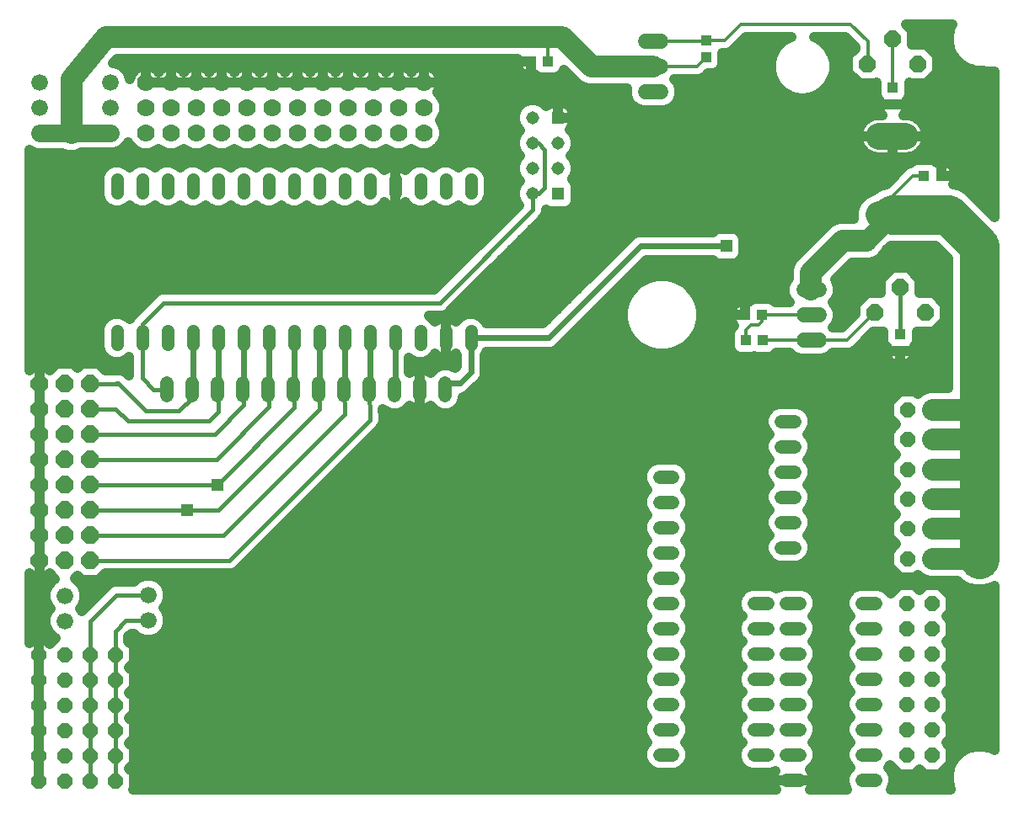
<source format=gbl>
G75*
%MOIN*%
%OFA0B0*%
%FSLAX25Y25*%
%IPPOS*%
%LPD*%
%AMOC8*
5,1,8,0,0,1.08239X$1,22.5*
%
%ADD10C,0.05200*%
%ADD11OC8,0.07000*%
%ADD12C,0.07000*%
%ADD13C,0.06600*%
%ADD14R,0.03937X0.04331*%
%ADD15R,0.04331X0.03937*%
%ADD16OC8,0.06000*%
%ADD17C,0.05150*%
%ADD18C,0.10630*%
%ADD19OC8,0.06600*%
%ADD20R,0.05150X0.05150*%
%ADD21C,0.05150*%
%ADD22C,0.06000*%
%ADD23C,0.04000*%
%ADD24R,0.04750X0.04750*%
%ADD25C,0.02400*%
%ADD26C,0.01200*%
%ADD27C,0.15748*%
%ADD28C,0.08600*%
%ADD29C,0.07600*%
%ADD30C,0.01600*%
%ADD31C,0.07000*%
D10*
X0086581Y0165246D02*
X0086581Y0170446D01*
X0096581Y0170446D02*
X0096581Y0165246D01*
X0106581Y0165246D02*
X0106581Y0170446D01*
X0116581Y0170446D02*
X0116581Y0165246D01*
X0126581Y0165246D02*
X0126581Y0170446D01*
X0136581Y0170446D02*
X0136581Y0165246D01*
X0146581Y0165246D02*
X0146581Y0170446D01*
X0156581Y0170446D02*
X0156581Y0165246D01*
X0166581Y0165246D02*
X0166581Y0170446D01*
X0176581Y0170446D02*
X0176581Y0165246D01*
X0186581Y0165246D02*
X0186581Y0170446D01*
X0196581Y0170446D02*
X0196581Y0165246D01*
X0281334Y0133103D02*
X0286534Y0133103D01*
X0286534Y0123103D02*
X0281334Y0123103D01*
X0281334Y0113103D02*
X0286534Y0113103D01*
X0286534Y0103103D02*
X0281334Y0103103D01*
X0281334Y0093103D02*
X0286534Y0093103D01*
X0286534Y0083103D02*
X0281334Y0083103D01*
X0281334Y0073103D02*
X0286534Y0073103D01*
X0286534Y0063103D02*
X0281334Y0063103D01*
X0281334Y0053103D02*
X0286534Y0053103D01*
X0286534Y0043103D02*
X0281334Y0043103D01*
X0281334Y0033103D02*
X0286534Y0033103D01*
X0286534Y0023103D02*
X0281334Y0023103D01*
X0318814Y0022906D02*
X0324014Y0022906D01*
X0331531Y0023103D02*
X0336731Y0023103D01*
X0336731Y0013103D02*
X0331531Y0013103D01*
X0331531Y0033103D02*
X0336731Y0033103D01*
X0336731Y0043103D02*
X0331531Y0043103D01*
X0324014Y0042906D02*
X0318814Y0042906D01*
X0318814Y0032906D02*
X0324014Y0032906D01*
X0324014Y0052906D02*
X0318814Y0052906D01*
X0318814Y0062906D02*
X0324014Y0062906D01*
X0331531Y0063103D02*
X0336731Y0063103D01*
X0336731Y0073103D02*
X0331531Y0073103D01*
X0324014Y0072906D02*
X0318814Y0072906D01*
X0318814Y0082906D02*
X0324014Y0082906D01*
X0331531Y0083103D02*
X0336731Y0083103D01*
X0361531Y0083103D02*
X0366731Y0083103D01*
X0366731Y0073103D02*
X0361531Y0073103D01*
X0361531Y0063103D02*
X0366731Y0063103D01*
X0366731Y0053103D02*
X0361531Y0053103D01*
X0361531Y0043103D02*
X0366731Y0043103D01*
X0366731Y0033103D02*
X0361531Y0033103D01*
X0361531Y0023103D02*
X0366731Y0023103D01*
X0366731Y0013103D02*
X0361531Y0013103D01*
X0336731Y0053103D02*
X0331531Y0053103D01*
X0329523Y0105111D02*
X0334723Y0105111D01*
X0334723Y0115111D02*
X0329523Y0115111D01*
X0329523Y0125111D02*
X0334723Y0125111D01*
X0334723Y0135111D02*
X0329523Y0135111D01*
X0329523Y0145111D02*
X0334723Y0145111D01*
X0334723Y0155111D02*
X0329523Y0155111D01*
D11*
X0056060Y0160072D03*
X0046060Y0160072D03*
X0036060Y0160072D03*
X0036060Y0150072D03*
X0046060Y0150072D03*
X0056060Y0150072D03*
X0056060Y0140072D03*
X0046060Y0140072D03*
X0036060Y0140072D03*
X0036060Y0130072D03*
X0046060Y0130072D03*
X0056060Y0130072D03*
X0056060Y0120072D03*
X0046060Y0120072D03*
X0036060Y0120072D03*
X0036060Y0110072D03*
X0046060Y0110072D03*
X0056060Y0110072D03*
X0056060Y0100072D03*
X0046060Y0100072D03*
X0036060Y0100072D03*
X0036060Y0170072D03*
X0046060Y0170072D03*
X0056060Y0170072D03*
D12*
X0078146Y0269284D03*
X0088146Y0269284D03*
X0098146Y0269284D03*
X0108146Y0269284D03*
X0118146Y0269284D03*
X0128146Y0269284D03*
X0138146Y0269284D03*
X0148146Y0269284D03*
X0158146Y0269284D03*
X0168146Y0269284D03*
X0178146Y0269284D03*
X0188146Y0269284D03*
X0188146Y0279284D03*
X0178146Y0279284D03*
X0168146Y0279284D03*
X0158146Y0279284D03*
X0148146Y0279284D03*
X0138146Y0279284D03*
X0128146Y0279284D03*
X0118146Y0279284D03*
X0108146Y0279284D03*
X0098146Y0279284D03*
X0088146Y0279284D03*
X0078146Y0279284D03*
X0078146Y0289284D03*
X0088146Y0289284D03*
X0098146Y0289284D03*
X0108146Y0289284D03*
X0118146Y0289284D03*
X0128146Y0289284D03*
X0138146Y0289284D03*
X0148146Y0289284D03*
X0158146Y0289284D03*
X0168146Y0289284D03*
X0178146Y0289284D03*
X0188146Y0289284D03*
D13*
X0064091Y0289402D03*
X0064091Y0279402D03*
X0064091Y0269402D03*
X0036217Y0269324D03*
X0036217Y0279324D03*
X0036217Y0289324D03*
X0046138Y0086056D03*
X0046138Y0076056D03*
X0079209Y0076307D03*
X0079209Y0086307D03*
D14*
X0315509Y0187198D03*
X0322201Y0187198D03*
D15*
X0321729Y0197198D03*
X0315036Y0197198D03*
X0376429Y0189599D03*
X0376429Y0182906D03*
X0385902Y0252316D03*
X0392595Y0252316D03*
X0373501Y0280465D03*
X0373501Y0287158D03*
X0299682Y0299166D03*
X0299682Y0305859D03*
X0237083Y0297591D03*
X0230390Y0297591D03*
D16*
X0379327Y0159717D03*
X0389327Y0159717D03*
X0389327Y0147906D03*
X0379327Y0147906D03*
X0379327Y0136095D03*
X0389327Y0136095D03*
X0389327Y0124284D03*
X0379327Y0124284D03*
X0379327Y0112473D03*
X0389327Y0112473D03*
X0389327Y0100662D03*
X0379327Y0100662D03*
X0379131Y0082828D03*
X0389131Y0082828D03*
X0389131Y0072828D03*
X0379131Y0072828D03*
X0379131Y0062828D03*
X0389131Y0062828D03*
X0389131Y0052828D03*
X0379131Y0052828D03*
X0379131Y0042828D03*
X0389131Y0042828D03*
X0389131Y0032828D03*
X0379131Y0032828D03*
X0379131Y0022828D03*
X0389131Y0022828D03*
X0066020Y0022749D03*
X0055981Y0022552D03*
X0046138Y0022552D03*
X0035902Y0022552D03*
X0035902Y0032552D03*
X0046138Y0032552D03*
X0055981Y0032552D03*
X0066020Y0032749D03*
X0066020Y0042749D03*
X0055981Y0042552D03*
X0046138Y0042552D03*
X0035902Y0042552D03*
X0035902Y0052552D03*
X0035902Y0062552D03*
X0046138Y0062552D03*
X0055981Y0062552D03*
X0055981Y0052552D03*
X0046138Y0052552D03*
X0066020Y0052749D03*
X0066020Y0062749D03*
X0066020Y0012749D03*
X0055981Y0012552D03*
X0046138Y0012552D03*
X0035902Y0012552D03*
D17*
X0066611Y0185646D02*
X0066611Y0190796D01*
X0076611Y0190796D02*
X0076611Y0185646D01*
X0086611Y0185646D02*
X0086611Y0190796D01*
X0096611Y0190796D02*
X0096611Y0185646D01*
X0106611Y0185646D02*
X0106611Y0190796D01*
X0116611Y0190796D02*
X0116611Y0185646D01*
X0126611Y0185646D02*
X0126611Y0190796D01*
X0136611Y0190796D02*
X0136611Y0185646D01*
X0146611Y0185646D02*
X0146611Y0190796D01*
X0156611Y0190796D02*
X0156611Y0185646D01*
X0166611Y0185646D02*
X0166611Y0190796D01*
X0176611Y0190796D02*
X0176611Y0185646D01*
X0186611Y0185646D02*
X0186611Y0190796D01*
X0196611Y0190796D02*
X0196611Y0185646D01*
X0206611Y0185646D02*
X0206611Y0190796D01*
X0206611Y0245646D02*
X0206611Y0250796D01*
X0196611Y0250796D02*
X0196611Y0245646D01*
X0186611Y0245646D02*
X0186611Y0250796D01*
X0176611Y0250796D02*
X0176611Y0245646D01*
X0166611Y0245646D02*
X0166611Y0250796D01*
X0156611Y0250796D02*
X0156611Y0245646D01*
X0146611Y0245646D02*
X0146611Y0250796D01*
X0136611Y0250796D02*
X0136611Y0245646D01*
X0126611Y0245646D02*
X0126611Y0250796D01*
X0116611Y0250796D02*
X0116611Y0245646D01*
X0106611Y0245646D02*
X0106611Y0250796D01*
X0096611Y0250796D02*
X0096611Y0245646D01*
X0086611Y0245646D02*
X0086611Y0250796D01*
X0076611Y0250796D02*
X0076611Y0245646D01*
X0066611Y0245646D02*
X0066611Y0250796D01*
D18*
X0367949Y0236883D02*
X0378579Y0236883D01*
X0378579Y0267985D02*
X0367949Y0267985D01*
D19*
X0363501Y0296607D03*
X0373501Y0306607D03*
X0383501Y0296607D03*
X0376453Y0208182D03*
X0366453Y0198182D03*
X0386453Y0198182D03*
D20*
X0241070Y0245249D03*
X0241070Y0275249D03*
D21*
X0241070Y0265249D03*
X0231070Y0265249D03*
X0231070Y0275249D03*
X0231070Y0255249D03*
X0241070Y0255249D03*
X0231070Y0245249D03*
D22*
X0275776Y0285623D02*
X0281776Y0285623D01*
X0281776Y0295623D02*
X0275776Y0295623D01*
X0275776Y0305623D02*
X0281776Y0305623D01*
X0338257Y0207198D02*
X0344257Y0207198D01*
X0344257Y0197198D02*
X0338257Y0197198D01*
X0338257Y0187198D02*
X0344257Y0187198D01*
D23*
X0035902Y0016552D02*
X0035902Y0012552D01*
X0035902Y0012552D01*
X0035902Y0022552D01*
X0035902Y0032552D01*
X0035902Y0038552D01*
X0035902Y0042552D01*
X0035902Y0048552D01*
X0035902Y0052552D01*
X0035902Y0058552D01*
X0035902Y0062552D01*
X0035902Y0068552D01*
X0033417Y0068552D01*
X0032060Y0067195D01*
X0032060Y0094879D01*
X0033367Y0093572D01*
X0036060Y0093572D01*
X0038752Y0093572D01*
X0040070Y0094889D01*
X0042200Y0092759D01*
X0041777Y0092584D01*
X0039611Y0090418D01*
X0038438Y0087588D01*
X0038438Y0084524D01*
X0039611Y0081694D01*
X0040249Y0081056D01*
X0039611Y0080418D01*
X0038438Y0077588D01*
X0038438Y0074524D01*
X0039611Y0071694D01*
X0041777Y0069528D01*
X0042394Y0069273D01*
X0040030Y0066909D01*
X0038388Y0068552D01*
X0035902Y0068552D01*
X0035902Y0062552D01*
X0035902Y0062552D01*
X0035902Y0062552D01*
X0035902Y0052552D01*
X0035902Y0052552D01*
X0035902Y0052552D01*
X0035902Y0042552D01*
X0035902Y0042552D01*
X0035902Y0042552D01*
X0035902Y0032552D01*
X0035902Y0032552D01*
X0035902Y0032552D01*
X0035902Y0026552D01*
X0035902Y0022552D01*
X0035902Y0022552D01*
X0035902Y0022552D01*
X0035902Y0016552D01*
X0035902Y0015296D02*
X0035902Y0015296D01*
X0035902Y0019294D02*
X0035902Y0019294D01*
X0035902Y0023293D02*
X0035902Y0023293D01*
X0035902Y0027291D02*
X0035902Y0027291D01*
X0035902Y0031290D02*
X0035902Y0031290D01*
X0035902Y0035288D02*
X0035902Y0035288D01*
X0035902Y0039287D02*
X0035902Y0039287D01*
X0035902Y0043285D02*
X0035902Y0043285D01*
X0035902Y0047284D02*
X0035902Y0047284D01*
X0035902Y0051282D02*
X0035902Y0051282D01*
X0035902Y0055281D02*
X0035902Y0055281D01*
X0035902Y0059279D02*
X0035902Y0059279D01*
X0035902Y0063278D02*
X0035902Y0063278D01*
X0035902Y0067276D02*
X0035902Y0067276D01*
X0032141Y0067276D02*
X0032060Y0067276D01*
X0032060Y0071275D02*
X0040030Y0071275D01*
X0039663Y0067276D02*
X0040398Y0067276D01*
X0038438Y0075273D02*
X0032060Y0075273D01*
X0032060Y0079272D02*
X0039136Y0079272D01*
X0038958Y0083270D02*
X0032060Y0083270D01*
X0032060Y0087269D02*
X0038438Y0087269D01*
X0040460Y0091267D02*
X0032060Y0091267D01*
X0036060Y0093572D02*
X0036060Y0100072D01*
X0036060Y0100072D01*
X0036060Y0110072D01*
X0036060Y0110072D01*
X0036060Y0120072D01*
X0036060Y0120072D01*
X0036060Y0130072D01*
X0036060Y0130072D01*
X0036060Y0140072D01*
X0036060Y0140072D01*
X0036060Y0150072D01*
X0036060Y0150072D01*
X0036060Y0160072D01*
X0036060Y0160072D01*
X0036060Y0170072D01*
X0036060Y0170072D01*
X0036060Y0176572D01*
X0038752Y0176572D01*
X0040070Y0175254D01*
X0042787Y0177972D01*
X0049332Y0177972D01*
X0051060Y0176244D01*
X0052787Y0177972D01*
X0059332Y0177972D01*
X0062032Y0175272D01*
X0065132Y0175272D01*
X0065345Y0175360D01*
X0068134Y0175360D01*
X0070045Y0174568D01*
X0071411Y0173203D01*
X0071411Y0180583D01*
X0070562Y0179734D01*
X0067998Y0178672D01*
X0065223Y0178672D01*
X0062660Y0179734D01*
X0060698Y0181696D01*
X0059636Y0184259D01*
X0059636Y0192183D01*
X0060698Y0194747D01*
X0062660Y0196709D01*
X0065223Y0197771D01*
X0067998Y0197771D01*
X0070562Y0196709D01*
X0071611Y0195660D01*
X0072068Y0196117D01*
X0072203Y0196442D01*
X0073665Y0197905D01*
X0073665Y0197905D01*
X0082287Y0206527D01*
X0084199Y0207319D01*
X0192213Y0207319D01*
X0225674Y0240780D01*
X0225157Y0241298D01*
X0224095Y0243861D01*
X0224095Y0246636D01*
X0225157Y0249200D01*
X0226206Y0250249D01*
X0225157Y0251298D01*
X0224095Y0253861D01*
X0224095Y0256636D01*
X0225157Y0259200D01*
X0226206Y0260249D01*
X0225157Y0261298D01*
X0224095Y0263861D01*
X0224095Y0266636D01*
X0225157Y0269200D01*
X0226206Y0270249D01*
X0225157Y0271298D01*
X0224095Y0273861D01*
X0224095Y0276636D01*
X0225157Y0279200D01*
X0227119Y0281162D01*
X0229682Y0282224D01*
X0232457Y0282224D01*
X0235020Y0281162D01*
X0236305Y0279877D01*
X0236582Y0280154D01*
X0237074Y0280482D01*
X0237620Y0280708D01*
X0238199Y0280824D01*
X0241069Y0280824D01*
X0241069Y0275249D01*
X0241070Y0275249D01*
X0246644Y0275249D01*
X0246644Y0278119D01*
X0246529Y0278699D01*
X0246303Y0279245D01*
X0245975Y0279736D01*
X0245557Y0280154D01*
X0245065Y0280482D01*
X0244519Y0280708D01*
X0243940Y0280824D01*
X0241070Y0280824D01*
X0241070Y0275249D01*
X0241070Y0275249D01*
X0246644Y0275249D01*
X0246644Y0272379D01*
X0246529Y0271799D01*
X0246303Y0271253D01*
X0245975Y0270762D01*
X0245698Y0270485D01*
X0246982Y0269200D01*
X0248044Y0266636D01*
X0248044Y0263861D01*
X0246982Y0261298D01*
X0245933Y0260249D01*
X0246982Y0259200D01*
X0248044Y0256636D01*
X0248044Y0253861D01*
X0246982Y0251298D01*
X0246688Y0251003D01*
X0247374Y0250316D01*
X0248044Y0248699D01*
X0248044Y0241799D01*
X0247374Y0240182D01*
X0246137Y0238944D01*
X0244520Y0238274D01*
X0237620Y0238274D01*
X0236270Y0238833D01*
X0236270Y0237787D01*
X0235478Y0235876D01*
X0234015Y0234413D01*
X0234015Y0234413D01*
X0198775Y0199173D01*
X0198775Y0199173D01*
X0197312Y0197711D01*
X0195401Y0196919D01*
X0190055Y0196919D01*
X0190562Y0196709D01*
X0192524Y0194747D01*
X0192569Y0194638D01*
X0192979Y0195048D01*
X0193689Y0195564D01*
X0194471Y0195962D01*
X0195305Y0196234D01*
X0196172Y0196371D01*
X0196611Y0196371D01*
X0196611Y0188221D01*
X0196611Y0180072D01*
X0197050Y0180072D01*
X0197916Y0180209D01*
X0198751Y0180480D01*
X0199533Y0180878D01*
X0200243Y0181394D01*
X0200653Y0181804D01*
X0200698Y0181696D01*
X0201011Y0181383D01*
X0201011Y0176871D01*
X0200528Y0176388D01*
X0197973Y0177446D01*
X0195188Y0177446D01*
X0192615Y0176380D01*
X0190646Y0174411D01*
X0190614Y0174332D01*
X0190229Y0174717D01*
X0189516Y0175236D01*
X0188730Y0175636D01*
X0187892Y0175908D01*
X0187021Y0176046D01*
X0186581Y0176046D01*
X0186581Y0167846D01*
X0186581Y0167846D01*
X0186581Y0159646D01*
X0187021Y0159646D01*
X0187892Y0159784D01*
X0188730Y0160056D01*
X0189516Y0160456D01*
X0190229Y0160975D01*
X0190614Y0161360D01*
X0190646Y0161281D01*
X0192615Y0159312D01*
X0195188Y0158246D01*
X0197973Y0158246D01*
X0200546Y0159312D01*
X0202515Y0161281D01*
X0203581Y0163854D01*
X0203581Y0164768D01*
X0205572Y0165593D01*
X0207147Y0167168D01*
X0211358Y0171379D01*
X0212211Y0173437D01*
X0212211Y0181383D01*
X0212524Y0181696D01*
X0212907Y0182621D01*
X0238670Y0182621D01*
X0240728Y0183474D01*
X0276133Y0218878D01*
X0302304Y0218878D01*
X0302809Y0218373D01*
X0304426Y0217704D01*
X0310926Y0217704D01*
X0312543Y0218373D01*
X0313781Y0219611D01*
X0314451Y0221228D01*
X0314451Y0227728D01*
X0313781Y0229346D01*
X0312543Y0230583D01*
X0310926Y0231253D01*
X0304426Y0231253D01*
X0302809Y0230583D01*
X0302304Y0230078D01*
X0272699Y0230078D01*
X0270641Y0229226D01*
X0269065Y0227651D01*
X0235236Y0193821D01*
X0212907Y0193821D01*
X0212524Y0194747D01*
X0210562Y0196709D01*
X0207998Y0197771D01*
X0205223Y0197771D01*
X0202660Y0196709D01*
X0200698Y0194747D01*
X0200653Y0194638D01*
X0200243Y0195048D01*
X0199533Y0195564D01*
X0198751Y0195962D01*
X0197916Y0196234D01*
X0197050Y0196371D01*
X0196611Y0196371D01*
X0196611Y0188221D01*
X0196611Y0188221D01*
X0196611Y0180072D01*
X0196172Y0180072D01*
X0195305Y0180209D01*
X0194471Y0180480D01*
X0193689Y0180878D01*
X0192979Y0181394D01*
X0192569Y0181804D01*
X0192524Y0181696D01*
X0190562Y0179734D01*
X0187998Y0178672D01*
X0185223Y0178672D01*
X0182660Y0179734D01*
X0182230Y0180163D01*
X0182243Y0174683D01*
X0182515Y0174411D01*
X0182548Y0174332D01*
X0182932Y0174717D01*
X0183646Y0175236D01*
X0182242Y0175236D01*
X0183646Y0175236D02*
X0184431Y0175636D01*
X0185269Y0175908D01*
X0186140Y0176046D01*
X0186581Y0176046D01*
X0186581Y0167846D01*
X0186581Y0167846D01*
X0186581Y0159646D01*
X0186140Y0159646D01*
X0185269Y0159784D01*
X0184431Y0160056D01*
X0183646Y0160456D01*
X0182932Y0160975D01*
X0182548Y0161359D01*
X0182515Y0161281D01*
X0180546Y0159312D01*
X0177973Y0158246D01*
X0175188Y0158246D01*
X0172615Y0159312D01*
X0171883Y0160045D01*
X0171925Y0156808D01*
X0171938Y0156775D01*
X0171938Y0155775D01*
X0171951Y0154774D01*
X0171938Y0154742D01*
X0171938Y0154707D01*
X0171555Y0153782D01*
X0171184Y0152853D01*
X0171160Y0152828D01*
X0171146Y0152795D01*
X0170439Y0152088D01*
X0169741Y0151371D01*
X0169709Y0151357D01*
X0114014Y0095663D01*
X0112103Y0094872D01*
X0062032Y0094872D01*
X0059332Y0092172D01*
X0052787Y0092172D01*
X0051060Y0093899D01*
X0049965Y0092805D01*
X0050500Y0092584D01*
X0052666Y0090418D01*
X0053838Y0087588D01*
X0053838Y0084524D01*
X0052666Y0081694D01*
X0052028Y0081056D01*
X0052666Y0080418D01*
X0052814Y0080061D01*
X0062006Y0089253D01*
X0063468Y0090716D01*
X0065380Y0091507D01*
X0073520Y0091507D01*
X0074848Y0092835D01*
X0077678Y0094007D01*
X0080741Y0094007D01*
X0083571Y0092835D01*
X0085737Y0090669D01*
X0086909Y0087839D01*
X0086909Y0084776D01*
X0085737Y0081946D01*
X0085099Y0081307D01*
X0085737Y0080669D01*
X0086909Y0077839D01*
X0086909Y0074776D01*
X0085737Y0071946D01*
X0083571Y0069780D01*
X0080741Y0068607D01*
X0077678Y0068607D01*
X0074848Y0069780D01*
X0073520Y0071107D01*
X0072387Y0071107D01*
X0071220Y0069941D01*
X0071220Y0068014D01*
X0073420Y0065814D01*
X0073420Y0059684D01*
X0071485Y0057749D01*
X0073420Y0055814D01*
X0073420Y0049684D01*
X0071485Y0047749D01*
X0073420Y0045814D01*
X0073420Y0039684D01*
X0071485Y0037749D01*
X0073420Y0035814D01*
X0073420Y0029684D01*
X0071485Y0027749D01*
X0073420Y0025814D01*
X0073420Y0019684D01*
X0071485Y0017749D01*
X0073420Y0015814D01*
X0073420Y0009684D01*
X0073037Y0009300D01*
X0327414Y0009300D01*
X0327259Y0009455D01*
X0326741Y0010168D01*
X0326341Y0010953D01*
X0326068Y0011792D01*
X0325931Y0012662D01*
X0325931Y0013103D01*
X0334130Y0013103D01*
X0334130Y0013103D01*
X0325931Y0013103D01*
X0325931Y0013544D01*
X0326068Y0014414D01*
X0326341Y0015253D01*
X0326741Y0016038D01*
X0327179Y0016640D01*
X0325406Y0015906D01*
X0317422Y0015906D01*
X0314849Y0016972D01*
X0312880Y0018941D01*
X0311814Y0021514D01*
X0311814Y0024299D01*
X0312880Y0026871D01*
X0313915Y0027906D01*
X0312880Y0028941D01*
X0311814Y0031514D01*
X0311814Y0034299D01*
X0312880Y0036871D01*
X0313915Y0037906D01*
X0312880Y0038941D01*
X0311814Y0041514D01*
X0311814Y0044299D01*
X0312880Y0046871D01*
X0313915Y0047906D01*
X0312880Y0048941D01*
X0311814Y0051514D01*
X0311814Y0054299D01*
X0312880Y0056871D01*
X0313915Y0057906D01*
X0312880Y0058941D01*
X0311814Y0061514D01*
X0311814Y0064299D01*
X0312880Y0066871D01*
X0313915Y0067906D01*
X0312880Y0068941D01*
X0311814Y0071514D01*
X0311814Y0074299D01*
X0312880Y0076871D01*
X0313915Y0077906D01*
X0312880Y0078941D01*
X0311814Y0081514D01*
X0311814Y0084299D01*
X0312880Y0086871D01*
X0314849Y0088841D01*
X0317422Y0089906D01*
X0325406Y0089906D01*
X0327547Y0089019D01*
X0327565Y0089037D01*
X0330138Y0090103D01*
X0338123Y0090103D01*
X0340696Y0089037D01*
X0342665Y0087068D01*
X0343731Y0084496D01*
X0343731Y0081711D01*
X0342665Y0079138D01*
X0341630Y0078103D01*
X0342665Y0077068D01*
X0343731Y0074496D01*
X0343731Y0071711D01*
X0342665Y0069138D01*
X0341630Y0068103D01*
X0342665Y0067068D01*
X0343731Y0064496D01*
X0343731Y0061711D01*
X0342665Y0059138D01*
X0341630Y0058103D01*
X0342665Y0057068D01*
X0343731Y0054496D01*
X0343731Y0051711D01*
X0342665Y0049138D01*
X0341630Y0048103D01*
X0342665Y0047068D01*
X0343731Y0044496D01*
X0343731Y0041711D01*
X0342665Y0039138D01*
X0341630Y0038103D01*
X0342665Y0037068D01*
X0343731Y0034496D01*
X0343731Y0031711D01*
X0342665Y0029138D01*
X0341630Y0028103D01*
X0342665Y0027068D01*
X0343731Y0024496D01*
X0343731Y0021711D01*
X0342665Y0019138D01*
X0340696Y0017169D01*
X0340617Y0017136D01*
X0341002Y0016751D01*
X0341520Y0016038D01*
X0341920Y0015253D01*
X0342193Y0014414D01*
X0342331Y0013544D01*
X0342331Y0013103D01*
X0334131Y0013103D01*
X0334131Y0013103D01*
X0342331Y0013103D01*
X0342331Y0012662D01*
X0342193Y0011792D01*
X0341920Y0010953D01*
X0341520Y0010168D01*
X0341002Y0009455D01*
X0340847Y0009300D01*
X0355529Y0009300D01*
X0354531Y0011711D01*
X0354531Y0014496D01*
X0355596Y0017068D01*
X0356631Y0018103D01*
X0355596Y0019138D01*
X0354531Y0021711D01*
X0354531Y0024496D01*
X0355596Y0027068D01*
X0356631Y0028103D01*
X0355596Y0029138D01*
X0354531Y0031711D01*
X0354531Y0034496D01*
X0355596Y0037068D01*
X0356631Y0038103D01*
X0355596Y0039138D01*
X0354531Y0041711D01*
X0354531Y0044496D01*
X0355596Y0047068D01*
X0356631Y0048103D01*
X0355596Y0049138D01*
X0354531Y0051711D01*
X0354531Y0054496D01*
X0355596Y0057068D01*
X0356631Y0058103D01*
X0355596Y0059138D01*
X0354531Y0061711D01*
X0354531Y0064496D01*
X0355596Y0067068D01*
X0356631Y0068103D01*
X0355596Y0069138D01*
X0354531Y0071711D01*
X0354531Y0074496D01*
X0355596Y0077068D01*
X0356631Y0078103D01*
X0355596Y0079138D01*
X0354531Y0081711D01*
X0354531Y0084496D01*
X0355596Y0087068D01*
X0357565Y0089037D01*
X0360138Y0090103D01*
X0368123Y0090103D01*
X0370696Y0089037D01*
X0372665Y0087068D01*
X0372736Y0086898D01*
X0376065Y0090228D01*
X0382196Y0090228D01*
X0384131Y0088293D01*
X0386065Y0090228D01*
X0392196Y0090228D01*
X0396531Y0085893D01*
X0396531Y0079762D01*
X0394596Y0077828D01*
X0396531Y0075893D01*
X0396531Y0069762D01*
X0394596Y0067828D01*
X0396531Y0065893D01*
X0396531Y0059762D01*
X0394596Y0057828D01*
X0396531Y0055893D01*
X0396531Y0049762D01*
X0394596Y0047828D01*
X0396531Y0045893D01*
X0396531Y0039762D01*
X0394596Y0037828D01*
X0396531Y0035893D01*
X0396531Y0029762D01*
X0394596Y0027828D01*
X0396531Y0025893D01*
X0396531Y0019762D01*
X0392196Y0015428D01*
X0386065Y0015428D01*
X0384131Y0017362D01*
X0382196Y0015428D01*
X0376065Y0015428D01*
X0372510Y0018983D01*
X0371630Y0018103D01*
X0372665Y0017068D01*
X0373731Y0014496D01*
X0373731Y0011711D01*
X0372732Y0009300D01*
X0396534Y0009300D01*
X0396488Y0009379D01*
X0395650Y0012508D01*
X0395650Y0015746D01*
X0396488Y0018874D01*
X0398108Y0021679D01*
X0400398Y0023969D01*
X0403202Y0025588D01*
X0406330Y0026426D01*
X0409569Y0026426D01*
X0412697Y0025588D01*
X0413760Y0024974D01*
X0413760Y0090103D01*
X0412376Y0089303D01*
X0409254Y0088467D01*
X0406022Y0088467D01*
X0402900Y0089303D01*
X0400102Y0090919D01*
X0398980Y0092041D01*
X0391248Y0092041D01*
X0391058Y0091962D01*
X0387597Y0091962D01*
X0384399Y0093287D01*
X0383408Y0094278D01*
X0382393Y0093262D01*
X0376262Y0093262D01*
X0371927Y0097597D01*
X0371927Y0103727D01*
X0374768Y0106568D01*
X0371927Y0109408D01*
X0371927Y0115538D01*
X0374768Y0118379D01*
X0371927Y0121219D01*
X0371927Y0127349D01*
X0374768Y0130190D01*
X0371927Y0133030D01*
X0371927Y0139160D01*
X0374768Y0142001D01*
X0371927Y0144841D01*
X0371927Y0150971D01*
X0374768Y0153812D01*
X0371927Y0156652D01*
X0371927Y0162782D01*
X0376262Y0167117D01*
X0382393Y0167117D01*
X0383408Y0166102D01*
X0384399Y0167093D01*
X0387597Y0168417D01*
X0395364Y0168417D01*
X0395364Y0219673D01*
X0390428Y0224609D01*
X0372587Y0224609D01*
X0370982Y0223004D01*
X0370482Y0221797D01*
X0368035Y0219350D01*
X0364837Y0218025D01*
X0357419Y0218025D01*
X0350604Y0211210D01*
X0351657Y0208670D01*
X0351657Y0205726D01*
X0350530Y0203006D01*
X0349722Y0202198D01*
X0350530Y0201389D01*
X0351657Y0198670D01*
X0351657Y0195726D01*
X0350530Y0193006D01*
X0349722Y0192198D01*
X0353398Y0192198D01*
X0358753Y0197553D01*
X0358753Y0201371D01*
X0363264Y0205882D01*
X0368753Y0205882D01*
X0368753Y0211371D01*
X0373264Y0215882D01*
X0379643Y0215882D01*
X0384153Y0211371D01*
X0384153Y0205882D01*
X0389643Y0205882D01*
X0394153Y0201371D01*
X0394153Y0194992D01*
X0389643Y0190482D01*
X0383264Y0190482D01*
X0382994Y0190752D01*
X0382994Y0186755D01*
X0382324Y0185138D01*
X0381594Y0184408D01*
X0381594Y0182906D01*
X0376429Y0182906D01*
X0376429Y0177938D01*
X0378890Y0177938D01*
X0379469Y0178053D01*
X0380015Y0178279D01*
X0380507Y0178608D01*
X0380925Y0179025D01*
X0381253Y0179517D01*
X0381479Y0180063D01*
X0381594Y0180642D01*
X0381594Y0182906D01*
X0376429Y0182906D01*
X0376429Y0182906D01*
X0376429Y0177938D01*
X0373968Y0177938D01*
X0373389Y0178053D01*
X0372843Y0178279D01*
X0372351Y0178608D01*
X0371933Y0179025D01*
X0371605Y0179517D01*
X0371379Y0180063D01*
X0371264Y0180642D01*
X0371264Y0182906D01*
X0376429Y0182906D01*
X0376429Y0182906D01*
X0376429Y0182906D01*
X0371264Y0182906D01*
X0371264Y0184408D01*
X0370534Y0185138D01*
X0369864Y0186755D01*
X0369864Y0190703D01*
X0369643Y0190482D01*
X0365824Y0190482D01*
X0358301Y0182959D01*
X0356464Y0182198D01*
X0349722Y0182198D01*
X0348448Y0180924D01*
X0345729Y0179798D01*
X0336785Y0179798D01*
X0334065Y0180924D01*
X0332791Y0182198D01*
X0327558Y0182198D01*
X0326662Y0181302D01*
X0325045Y0180632D01*
X0319358Y0180632D01*
X0318855Y0180841D01*
X0318352Y0180632D01*
X0312665Y0180632D01*
X0311048Y0181302D01*
X0309810Y0182540D01*
X0309140Y0184157D01*
X0309140Y0190238D01*
X0309810Y0191855D01*
X0310563Y0192609D01*
X0310764Y0193093D01*
X0310540Y0193317D01*
X0310212Y0193808D01*
X0309986Y0194354D01*
X0309871Y0194934D01*
X0309871Y0197198D01*
X0314264Y0197198D01*
X0314264Y0197198D01*
X0309871Y0197198D01*
X0309871Y0199462D01*
X0309986Y0200041D01*
X0310212Y0200587D01*
X0310540Y0201079D01*
X0310958Y0201496D01*
X0311450Y0201825D01*
X0311996Y0202051D01*
X0312575Y0202166D01*
X0315036Y0202166D01*
X0315036Y0197694D01*
X0315036Y0197694D01*
X0315036Y0202166D01*
X0316341Y0202166D01*
X0317071Y0202896D01*
X0318688Y0203566D01*
X0324770Y0203566D01*
X0326387Y0202896D01*
X0327085Y0202198D01*
X0332791Y0202198D01*
X0331983Y0203006D01*
X0330857Y0205726D01*
X0330857Y0208670D01*
X0331983Y0211389D01*
X0332320Y0211727D01*
X0332320Y0215660D01*
X0333645Y0218858D01*
X0336092Y0221305D01*
X0348887Y0234101D01*
X0352085Y0235425D01*
X0358235Y0235425D01*
X0358235Y0238815D01*
X0359714Y0242386D01*
X0362446Y0245119D01*
X0365341Y0246318D01*
X0365728Y0246704D01*
X0368527Y0248320D01*
X0370960Y0248972D01*
X0378542Y0256555D01*
X0380380Y0257316D01*
X0380546Y0257316D01*
X0381244Y0258014D01*
X0382862Y0258684D01*
X0388943Y0258684D01*
X0390560Y0258014D01*
X0391290Y0257284D01*
X0392595Y0257284D01*
X0392595Y0252316D01*
X0392595Y0252316D01*
X0392595Y0257284D01*
X0395056Y0257284D01*
X0395636Y0257169D01*
X0396182Y0256943D01*
X0396673Y0256614D01*
X0397091Y0256197D01*
X0397419Y0255705D01*
X0397645Y0255159D01*
X0397760Y0254580D01*
X0397760Y0252316D01*
X0392595Y0252316D01*
X0392595Y0252316D01*
X0397760Y0252316D01*
X0397760Y0250052D01*
X0397645Y0249472D01*
X0397476Y0249063D01*
X0400250Y0248320D01*
X0403048Y0246704D01*
X0413760Y0235992D01*
X0413760Y0293567D01*
X0406039Y0293979D01*
X0404849Y0294547D01*
X0403202Y0294989D01*
X0400398Y0296608D01*
X0398108Y0298898D01*
X0396488Y0301702D01*
X0395650Y0304830D01*
X0395650Y0308069D01*
X0396488Y0311197D01*
X0397103Y0312261D01*
X0378737Y0312261D01*
X0381201Y0309797D01*
X0381201Y0304307D01*
X0386690Y0304307D01*
X0391201Y0299797D01*
X0391201Y0293418D01*
X0386690Y0288907D01*
X0380311Y0288907D01*
X0380066Y0289152D01*
X0380066Y0284315D01*
X0379396Y0282697D01*
X0378666Y0281967D01*
X0378666Y0280465D01*
X0373501Y0280465D01*
X0373501Y0280465D01*
X0378666Y0280465D01*
X0378666Y0278201D01*
X0378551Y0277622D01*
X0378325Y0277076D01*
X0377996Y0276584D01*
X0377712Y0276300D01*
X0379124Y0276300D01*
X0380205Y0276158D01*
X0381258Y0275876D01*
X0382265Y0275458D01*
X0383209Y0274913D01*
X0384074Y0274250D01*
X0384844Y0273479D01*
X0385508Y0272614D01*
X0386053Y0271671D01*
X0386470Y0270664D01*
X0386752Y0269611D01*
X0386894Y0268530D01*
X0386894Y0267985D01*
X0373265Y0267985D01*
X0386894Y0267985D01*
X0386894Y0267440D01*
X0386752Y0266359D01*
X0386470Y0265307D01*
X0386053Y0264300D01*
X0385508Y0263356D01*
X0384844Y0262491D01*
X0384074Y0261720D01*
X0383209Y0261057D01*
X0382265Y0260512D01*
X0381258Y0260094D01*
X0380205Y0259812D01*
X0379124Y0259670D01*
X0373264Y0259670D01*
X0373264Y0267985D01*
X0359635Y0267985D01*
X0359635Y0267440D01*
X0359777Y0266359D01*
X0360059Y0265307D01*
X0360476Y0264300D01*
X0361021Y0263356D01*
X0361685Y0262491D01*
X0362455Y0261720D01*
X0363320Y0261057D01*
X0364264Y0260512D01*
X0365271Y0260094D01*
X0366324Y0259812D01*
X0367404Y0259670D01*
X0373264Y0259670D01*
X0373264Y0267985D01*
X0373264Y0267985D01*
X0359635Y0267985D01*
X0359635Y0268530D01*
X0359777Y0269611D01*
X0360059Y0270664D01*
X0360476Y0271671D01*
X0361021Y0272614D01*
X0361685Y0273479D01*
X0362455Y0274250D01*
X0363320Y0274913D01*
X0364264Y0275458D01*
X0365271Y0275876D01*
X0366324Y0276158D01*
X0367404Y0276300D01*
X0369290Y0276300D01*
X0369005Y0276584D01*
X0368677Y0277076D01*
X0368451Y0277622D01*
X0368335Y0278201D01*
X0368335Y0280465D01*
X0373501Y0280465D01*
X0373501Y0280465D01*
X0368335Y0280465D01*
X0368335Y0281967D01*
X0367605Y0282697D01*
X0366935Y0284315D01*
X0366935Y0289152D01*
X0366690Y0288907D01*
X0360311Y0288907D01*
X0355801Y0293418D01*
X0355801Y0299797D01*
X0358658Y0302654D01*
X0358658Y0303394D01*
X0354697Y0307355D01*
X0342287Y0307355D01*
X0342601Y0307271D01*
X0345451Y0305625D01*
X0347779Y0303298D01*
X0349424Y0300448D01*
X0350276Y0297268D01*
X0350276Y0293977D01*
X0349424Y0290798D01*
X0347779Y0287948D01*
X0345451Y0285620D01*
X0342601Y0283975D01*
X0339422Y0283123D01*
X0336131Y0283123D01*
X0332951Y0283975D01*
X0330101Y0285620D01*
X0327774Y0287948D01*
X0326128Y0290798D01*
X0325276Y0293977D01*
X0325276Y0297268D01*
X0326128Y0300448D01*
X0327774Y0303298D01*
X0330101Y0305625D01*
X0332951Y0307271D01*
X0333266Y0307355D01*
X0315532Y0307355D01*
X0309797Y0301620D01*
X0307960Y0300859D01*
X0306247Y0300859D01*
X0306247Y0296322D01*
X0305577Y0294705D01*
X0304340Y0293467D01*
X0302722Y0292798D01*
X0300384Y0292798D01*
X0298971Y0291384D01*
X0297133Y0290623D01*
X0287241Y0290623D01*
X0288050Y0289815D01*
X0289176Y0287095D01*
X0289176Y0284151D01*
X0288050Y0281431D01*
X0285968Y0279349D01*
X0283248Y0278223D01*
X0274304Y0278223D01*
X0271584Y0279349D01*
X0269503Y0281431D01*
X0268376Y0284151D01*
X0268376Y0286923D01*
X0252676Y0286923D01*
X0249478Y0288247D01*
X0243452Y0294273D01*
X0242979Y0293130D01*
X0241741Y0291893D01*
X0240124Y0291223D01*
X0234043Y0291223D01*
X0232426Y0291893D01*
X0231695Y0292623D01*
X0230390Y0292623D01*
X0230390Y0297591D01*
X0225225Y0297591D01*
X0225225Y0295327D01*
X0225340Y0294748D01*
X0225566Y0294202D01*
X0225895Y0293710D01*
X0226313Y0293293D01*
X0226804Y0292964D01*
X0227350Y0292738D01*
X0227930Y0292623D01*
X0230390Y0292623D01*
X0230390Y0297591D01*
X0230390Y0297591D01*
X0230390Y0297591D01*
X0225225Y0297591D01*
X0225225Y0298734D01*
X0066583Y0298734D01*
X0065239Y0297102D01*
X0065623Y0297102D01*
X0068453Y0295930D01*
X0070619Y0293764D01*
X0071791Y0290934D01*
X0071791Y0290681D01*
X0071978Y0291378D01*
X0072304Y0292165D01*
X0072730Y0292903D01*
X0073249Y0293579D01*
X0073851Y0294182D01*
X0074527Y0294700D01*
X0075265Y0295126D01*
X0076052Y0295452D01*
X0076876Y0295673D01*
X0077720Y0295784D01*
X0078146Y0295784D01*
X0078146Y0289284D01*
X0078146Y0289284D01*
X0078146Y0289284D01*
X0081646Y0289284D01*
X0088146Y0289284D01*
X0088146Y0289284D01*
X0078146Y0289284D01*
X0078146Y0295784D01*
X0078572Y0295784D01*
X0079417Y0295673D01*
X0080240Y0295452D01*
X0081027Y0295126D01*
X0081765Y0294700D01*
X0082441Y0294182D01*
X0083044Y0293579D01*
X0083146Y0293446D01*
X0083249Y0293579D01*
X0083851Y0294182D01*
X0084527Y0294700D01*
X0085265Y0295126D01*
X0086052Y0295452D01*
X0086876Y0295673D01*
X0087720Y0295784D01*
X0088146Y0295784D01*
X0088146Y0289284D01*
X0088146Y0289284D01*
X0088146Y0289284D01*
X0091646Y0289284D01*
X0098146Y0289284D01*
X0098146Y0289284D01*
X0088146Y0289284D01*
X0088146Y0295784D01*
X0088572Y0295784D01*
X0089417Y0295673D01*
X0090240Y0295452D01*
X0091027Y0295126D01*
X0091765Y0294700D01*
X0092441Y0294182D01*
X0093044Y0293579D01*
X0093146Y0293446D01*
X0093249Y0293579D01*
X0093851Y0294182D01*
X0094527Y0294700D01*
X0095265Y0295126D01*
X0096052Y0295452D01*
X0096876Y0295673D01*
X0097720Y0295784D01*
X0098146Y0295784D01*
X0098146Y0289284D01*
X0098146Y0289284D01*
X0098146Y0289284D01*
X0101646Y0289284D01*
X0108146Y0289284D01*
X0108146Y0289284D01*
X0098146Y0289284D01*
X0098146Y0295784D01*
X0098572Y0295784D01*
X0099417Y0295673D01*
X0100240Y0295452D01*
X0101027Y0295126D01*
X0101765Y0294700D01*
X0102441Y0294182D01*
X0103044Y0293579D01*
X0103146Y0293446D01*
X0103249Y0293579D01*
X0103851Y0294182D01*
X0104527Y0294700D01*
X0105265Y0295126D01*
X0106052Y0295452D01*
X0106876Y0295673D01*
X0107720Y0295784D01*
X0108146Y0295784D01*
X0108146Y0289284D01*
X0108146Y0289284D01*
X0108146Y0289284D01*
X0111646Y0289284D01*
X0118146Y0289284D01*
X0118146Y0289284D01*
X0108146Y0289284D01*
X0108146Y0295784D01*
X0108572Y0295784D01*
X0109417Y0295673D01*
X0110240Y0295452D01*
X0111027Y0295126D01*
X0111765Y0294700D01*
X0112441Y0294182D01*
X0113044Y0293579D01*
X0113146Y0293446D01*
X0113249Y0293579D01*
X0113851Y0294182D01*
X0114527Y0294700D01*
X0115265Y0295126D01*
X0116052Y0295452D01*
X0116876Y0295673D01*
X0117720Y0295784D01*
X0118146Y0295784D01*
X0118146Y0289284D01*
X0118146Y0289284D01*
X0118146Y0289284D01*
X0121646Y0289284D01*
X0128146Y0289284D01*
X0128146Y0289284D01*
X0118146Y0289284D01*
X0118146Y0295784D01*
X0118572Y0295784D01*
X0119417Y0295673D01*
X0120240Y0295452D01*
X0121027Y0295126D01*
X0121765Y0294700D01*
X0122441Y0294182D01*
X0123044Y0293579D01*
X0123146Y0293446D01*
X0123249Y0293579D01*
X0123851Y0294182D01*
X0124527Y0294700D01*
X0125265Y0295126D01*
X0126052Y0295452D01*
X0126876Y0295673D01*
X0127720Y0295784D01*
X0128146Y0295784D01*
X0128146Y0289284D01*
X0128146Y0289284D01*
X0128146Y0289284D01*
X0134646Y0289284D01*
X0138146Y0289284D01*
X0138146Y0289284D01*
X0128146Y0289284D01*
X0128146Y0295784D01*
X0128572Y0295784D01*
X0129417Y0295673D01*
X0130240Y0295452D01*
X0131027Y0295126D01*
X0131765Y0294700D01*
X0132441Y0294182D01*
X0133044Y0293579D01*
X0133146Y0293446D01*
X0133249Y0293579D01*
X0133851Y0294182D01*
X0134527Y0294700D01*
X0135265Y0295126D01*
X0136052Y0295452D01*
X0136876Y0295673D01*
X0137720Y0295784D01*
X0138146Y0295784D01*
X0138146Y0289284D01*
X0138146Y0289284D01*
X0138146Y0289284D01*
X0144646Y0289284D01*
X0148146Y0289284D01*
X0148146Y0289284D01*
X0138146Y0289284D01*
X0138146Y0295784D01*
X0138572Y0295784D01*
X0139417Y0295673D01*
X0140240Y0295452D01*
X0141027Y0295126D01*
X0141765Y0294700D01*
X0142441Y0294182D01*
X0143044Y0293579D01*
X0143146Y0293446D01*
X0143249Y0293579D01*
X0143851Y0294182D01*
X0144527Y0294700D01*
X0145265Y0295126D01*
X0146052Y0295452D01*
X0146876Y0295673D01*
X0147720Y0295784D01*
X0148146Y0295784D01*
X0148146Y0289284D01*
X0148146Y0289284D01*
X0148146Y0289284D01*
X0151646Y0289284D01*
X0158146Y0289284D01*
X0158146Y0289284D01*
X0148146Y0289284D01*
X0148146Y0295784D01*
X0148572Y0295784D01*
X0149417Y0295673D01*
X0150240Y0295452D01*
X0151027Y0295126D01*
X0151765Y0294700D01*
X0152441Y0294182D01*
X0153044Y0293579D01*
X0153146Y0293446D01*
X0153249Y0293579D01*
X0153851Y0294182D01*
X0154527Y0294700D01*
X0155265Y0295126D01*
X0156052Y0295452D01*
X0156876Y0295673D01*
X0157720Y0295784D01*
X0158146Y0295784D01*
X0158146Y0289284D01*
X0158146Y0289284D01*
X0158146Y0289284D01*
X0161646Y0289284D01*
X0168146Y0289284D01*
X0168146Y0289284D01*
X0158146Y0289284D01*
X0158146Y0295784D01*
X0158572Y0295784D01*
X0159417Y0295673D01*
X0160240Y0295452D01*
X0161027Y0295126D01*
X0161765Y0294700D01*
X0162441Y0294182D01*
X0163044Y0293579D01*
X0163146Y0293446D01*
X0163249Y0293579D01*
X0163851Y0294182D01*
X0164527Y0294700D01*
X0165265Y0295126D01*
X0166052Y0295452D01*
X0166876Y0295673D01*
X0167720Y0295784D01*
X0168146Y0295784D01*
X0168146Y0289284D01*
X0168146Y0289284D01*
X0168146Y0289284D01*
X0171646Y0289284D01*
X0178146Y0289284D01*
X0178146Y0289284D01*
X0168146Y0289284D01*
X0168146Y0295784D01*
X0168572Y0295784D01*
X0169417Y0295673D01*
X0170240Y0295452D01*
X0171027Y0295126D01*
X0171765Y0294700D01*
X0172441Y0294182D01*
X0173044Y0293579D01*
X0173146Y0293446D01*
X0173249Y0293579D01*
X0173851Y0294182D01*
X0174527Y0294700D01*
X0175265Y0295126D01*
X0176052Y0295452D01*
X0176876Y0295673D01*
X0177720Y0295784D01*
X0178146Y0295784D01*
X0178146Y0289284D01*
X0178146Y0289284D01*
X0178146Y0289284D01*
X0181646Y0289284D01*
X0188146Y0289284D01*
X0188146Y0289284D01*
X0178146Y0289284D01*
X0178146Y0295784D01*
X0178572Y0295784D01*
X0179417Y0295673D01*
X0180240Y0295452D01*
X0181027Y0295126D01*
X0181765Y0294700D01*
X0182441Y0294182D01*
X0183044Y0293579D01*
X0183146Y0293446D01*
X0183249Y0293579D01*
X0183851Y0294182D01*
X0184527Y0294700D01*
X0185265Y0295126D01*
X0186052Y0295452D01*
X0186876Y0295673D01*
X0187720Y0295784D01*
X0188146Y0295784D01*
X0188146Y0289284D01*
X0188146Y0289284D01*
X0188146Y0289284D01*
X0194646Y0289284D01*
X0194646Y0288858D01*
X0194535Y0288013D01*
X0194315Y0287190D01*
X0193988Y0286403D01*
X0193562Y0285665D01*
X0193291Y0285312D01*
X0194844Y0283759D01*
X0196046Y0280856D01*
X0196046Y0277713D01*
X0194844Y0274809D01*
X0194319Y0274284D01*
X0194844Y0273759D01*
X0196046Y0270856D01*
X0196046Y0267713D01*
X0194844Y0264809D01*
X0192621Y0262587D01*
X0189718Y0261384D01*
X0186575Y0261384D01*
X0183671Y0262587D01*
X0183146Y0263112D01*
X0182621Y0262587D01*
X0179718Y0261384D01*
X0176575Y0261384D01*
X0173671Y0262587D01*
X0173146Y0263112D01*
X0172621Y0262587D01*
X0169718Y0261384D01*
X0166575Y0261384D01*
X0163671Y0262587D01*
X0163146Y0263112D01*
X0162621Y0262587D01*
X0159718Y0261384D01*
X0156575Y0261384D01*
X0153671Y0262587D01*
X0153146Y0263112D01*
X0152621Y0262587D01*
X0149718Y0261384D01*
X0146575Y0261384D01*
X0143671Y0262587D01*
X0143146Y0263112D01*
X0142621Y0262587D01*
X0139718Y0261384D01*
X0136575Y0261384D01*
X0133671Y0262587D01*
X0133146Y0263112D01*
X0132621Y0262587D01*
X0129718Y0261384D01*
X0126575Y0261384D01*
X0123671Y0262587D01*
X0123146Y0263112D01*
X0122621Y0262587D01*
X0119718Y0261384D01*
X0116575Y0261384D01*
X0113671Y0262587D01*
X0113146Y0263112D01*
X0112621Y0262587D01*
X0109718Y0261384D01*
X0106575Y0261384D01*
X0103671Y0262587D01*
X0103146Y0263112D01*
X0102621Y0262587D01*
X0099718Y0261384D01*
X0096575Y0261384D01*
X0093671Y0262587D01*
X0093146Y0263112D01*
X0092621Y0262587D01*
X0089718Y0261384D01*
X0086575Y0261384D01*
X0083671Y0262587D01*
X0083146Y0263112D01*
X0082621Y0262587D01*
X0079718Y0261384D01*
X0076575Y0261384D01*
X0073671Y0262587D01*
X0071449Y0264809D01*
X0071094Y0265666D01*
X0070788Y0264927D01*
X0068527Y0262666D01*
X0065623Y0261463D01*
X0052359Y0261463D01*
X0050428Y0260663D01*
X0046967Y0260663D01*
X0045131Y0261424D01*
X0034646Y0261424D01*
X0032060Y0262495D01*
X0032060Y0175264D01*
X0033367Y0176572D01*
X0036060Y0176572D01*
X0036060Y0170072D01*
X0036060Y0170072D01*
X0036060Y0166572D01*
X0036060Y0160072D01*
X0036060Y0160072D01*
X0036060Y0156572D01*
X0036060Y0150072D01*
X0036060Y0150072D01*
X0036060Y0146572D01*
X0036060Y0140072D01*
X0036060Y0140072D01*
X0036060Y0136572D01*
X0036060Y0130072D01*
X0036060Y0130072D01*
X0036060Y0126572D01*
X0036060Y0120072D01*
X0036060Y0120072D01*
X0036060Y0116572D01*
X0036060Y0110072D01*
X0036060Y0110072D01*
X0036060Y0103572D01*
X0036060Y0100072D01*
X0036060Y0093572D01*
X0036060Y0095266D02*
X0036060Y0095266D01*
X0036060Y0099264D02*
X0036060Y0099264D01*
X0036060Y0100072D02*
X0036060Y0100072D01*
X0036060Y0103263D02*
X0036060Y0103263D01*
X0036060Y0107261D02*
X0036060Y0107261D01*
X0036060Y0111260D02*
X0036060Y0111260D01*
X0036060Y0115258D02*
X0036060Y0115258D01*
X0036060Y0119257D02*
X0036060Y0119257D01*
X0036060Y0123255D02*
X0036060Y0123255D01*
X0036060Y0127254D02*
X0036060Y0127254D01*
X0036060Y0131252D02*
X0036060Y0131252D01*
X0036060Y0135251D02*
X0036060Y0135251D01*
X0036060Y0139249D02*
X0036060Y0139249D01*
X0036060Y0143248D02*
X0036060Y0143248D01*
X0036060Y0147246D02*
X0036060Y0147246D01*
X0036060Y0151245D02*
X0036060Y0151245D01*
X0036060Y0155243D02*
X0036060Y0155243D01*
X0036060Y0159242D02*
X0036060Y0159242D01*
X0036060Y0163240D02*
X0036060Y0163240D01*
X0036060Y0167239D02*
X0036060Y0167239D01*
X0036060Y0171237D02*
X0036060Y0171237D01*
X0036060Y0175236D02*
X0036060Y0175236D01*
X0032060Y0179234D02*
X0063865Y0179234D01*
X0069357Y0179234D02*
X0071411Y0179234D01*
X0071411Y0175236D02*
X0068433Y0175236D01*
X0060061Y0183233D02*
X0032060Y0183233D01*
X0032060Y0187232D02*
X0059636Y0187232D01*
X0059636Y0191230D02*
X0032060Y0191230D01*
X0032060Y0195229D02*
X0061180Y0195229D01*
X0074987Y0199227D02*
X0032060Y0199227D01*
X0032060Y0203226D02*
X0078986Y0203226D01*
X0083970Y0207224D02*
X0032060Y0207224D01*
X0032060Y0211223D02*
X0196117Y0211223D01*
X0200115Y0215221D02*
X0032060Y0215221D01*
X0032060Y0219220D02*
X0204114Y0219220D01*
X0208112Y0223218D02*
X0032060Y0223218D01*
X0032060Y0227217D02*
X0212111Y0227217D01*
X0216109Y0231215D02*
X0032060Y0231215D01*
X0032060Y0235214D02*
X0220108Y0235214D01*
X0224106Y0239212D02*
X0209303Y0239212D01*
X0210562Y0239734D02*
X0207998Y0238672D01*
X0205223Y0238672D01*
X0202660Y0239734D01*
X0201611Y0240783D01*
X0200562Y0239734D01*
X0197998Y0238672D01*
X0195223Y0238672D01*
X0192660Y0239734D01*
X0191611Y0240783D01*
X0190562Y0239734D01*
X0187998Y0238672D01*
X0185223Y0238672D01*
X0182660Y0239734D01*
X0180698Y0241696D01*
X0180653Y0241804D01*
X0180243Y0241394D01*
X0179533Y0240878D01*
X0178751Y0240480D01*
X0177916Y0240209D01*
X0177050Y0240072D01*
X0176611Y0240072D01*
X0176611Y0248221D01*
X0176611Y0248221D01*
X0176611Y0240072D01*
X0176172Y0240072D01*
X0175305Y0240209D01*
X0174471Y0240480D01*
X0173689Y0240878D01*
X0172979Y0241394D01*
X0172569Y0241804D01*
X0172524Y0241696D01*
X0170562Y0239734D01*
X0167998Y0238672D01*
X0165223Y0238672D01*
X0162660Y0239734D01*
X0161611Y0240783D01*
X0160562Y0239734D01*
X0157998Y0238672D01*
X0155223Y0238672D01*
X0152660Y0239734D01*
X0151611Y0240783D01*
X0150562Y0239734D01*
X0147998Y0238672D01*
X0145223Y0238672D01*
X0142660Y0239734D01*
X0141611Y0240783D01*
X0140562Y0239734D01*
X0137998Y0238672D01*
X0135223Y0238672D01*
X0132660Y0239734D01*
X0131611Y0240783D01*
X0130562Y0239734D01*
X0127998Y0238672D01*
X0125223Y0238672D01*
X0122660Y0239734D01*
X0121611Y0240783D01*
X0120562Y0239734D01*
X0117998Y0238672D01*
X0115223Y0238672D01*
X0112660Y0239734D01*
X0111611Y0240783D01*
X0110562Y0239734D01*
X0107998Y0238672D01*
X0105223Y0238672D01*
X0102660Y0239734D01*
X0101611Y0240783D01*
X0100562Y0239734D01*
X0097998Y0238672D01*
X0095223Y0238672D01*
X0092660Y0239734D01*
X0091611Y0240783D01*
X0090562Y0239734D01*
X0087998Y0238672D01*
X0085223Y0238672D01*
X0082660Y0239734D01*
X0081611Y0240783D01*
X0080562Y0239734D01*
X0077998Y0238672D01*
X0075223Y0238672D01*
X0072660Y0239734D01*
X0071611Y0240783D01*
X0070562Y0239734D01*
X0067998Y0238672D01*
X0065223Y0238672D01*
X0062660Y0239734D01*
X0060698Y0241696D01*
X0059636Y0244259D01*
X0059636Y0252183D01*
X0060698Y0254747D01*
X0062660Y0256709D01*
X0065223Y0257771D01*
X0067998Y0257771D01*
X0070562Y0256709D01*
X0071611Y0255660D01*
X0072660Y0256709D01*
X0075223Y0257771D01*
X0077998Y0257771D01*
X0080562Y0256709D01*
X0081611Y0255660D01*
X0082660Y0256709D01*
X0085223Y0257771D01*
X0087998Y0257771D01*
X0090562Y0256709D01*
X0091611Y0255660D01*
X0092660Y0256709D01*
X0095223Y0257771D01*
X0097998Y0257771D01*
X0100562Y0256709D01*
X0101611Y0255660D01*
X0102660Y0256709D01*
X0105223Y0257771D01*
X0107998Y0257771D01*
X0110562Y0256709D01*
X0111611Y0255660D01*
X0112660Y0256709D01*
X0115223Y0257771D01*
X0117998Y0257771D01*
X0120562Y0256709D01*
X0121611Y0255660D01*
X0122660Y0256709D01*
X0125223Y0257771D01*
X0127998Y0257771D01*
X0130562Y0256709D01*
X0131611Y0255660D01*
X0132660Y0256709D01*
X0135223Y0257771D01*
X0137998Y0257771D01*
X0140562Y0256709D01*
X0141611Y0255660D01*
X0142660Y0256709D01*
X0145223Y0257771D01*
X0147998Y0257771D01*
X0150562Y0256709D01*
X0151611Y0255660D01*
X0152660Y0256709D01*
X0155223Y0257771D01*
X0157998Y0257771D01*
X0160562Y0256709D01*
X0161611Y0255660D01*
X0162660Y0256709D01*
X0165223Y0257771D01*
X0167998Y0257771D01*
X0170562Y0256709D01*
X0172524Y0254747D01*
X0172569Y0254638D01*
X0172979Y0255048D01*
X0173689Y0255564D01*
X0174471Y0255962D01*
X0175305Y0256234D01*
X0176172Y0256371D01*
X0176611Y0256371D01*
X0176611Y0248221D01*
X0176611Y0248221D01*
X0176611Y0256371D01*
X0177050Y0256371D01*
X0177916Y0256234D01*
X0178751Y0255962D01*
X0179533Y0255564D01*
X0180243Y0255048D01*
X0180653Y0254638D01*
X0180698Y0254747D01*
X0182660Y0256709D01*
X0185223Y0257771D01*
X0187998Y0257771D01*
X0190562Y0256709D01*
X0191611Y0255660D01*
X0192660Y0256709D01*
X0195223Y0257771D01*
X0197998Y0257771D01*
X0200562Y0256709D01*
X0201611Y0255660D01*
X0202660Y0256709D01*
X0205223Y0257771D01*
X0207998Y0257771D01*
X0210562Y0256709D01*
X0212524Y0254747D01*
X0213586Y0252183D01*
X0213586Y0244259D01*
X0212524Y0241696D01*
X0210562Y0239734D01*
X0213151Y0243211D02*
X0224364Y0243211D01*
X0224332Y0247209D02*
X0213586Y0247209D01*
X0213586Y0251208D02*
X0225247Y0251208D01*
X0224095Y0255206D02*
X0212065Y0255206D01*
X0224367Y0263203D02*
X0193238Y0263203D01*
X0195835Y0267202D02*
X0224329Y0267202D01*
X0225254Y0271200D02*
X0195904Y0271200D01*
X0195005Y0275199D02*
X0224095Y0275199D01*
X0225156Y0279197D02*
X0196046Y0279197D01*
X0195077Y0283196D02*
X0268772Y0283196D01*
X0271952Y0279197D02*
X0246323Y0279197D01*
X0241070Y0279197D02*
X0241069Y0279197D01*
X0246644Y0275199D02*
X0363814Y0275199D01*
X0360281Y0271200D02*
X0246268Y0271200D01*
X0247810Y0267202D02*
X0359666Y0267202D01*
X0361138Y0263203D02*
X0247772Y0263203D01*
X0246977Y0259205D02*
X0413760Y0259205D01*
X0413760Y0263203D02*
X0385391Y0263203D01*
X0386863Y0267202D02*
X0413760Y0267202D01*
X0413760Y0271200D02*
X0386248Y0271200D01*
X0382715Y0275199D02*
X0413760Y0275199D01*
X0413760Y0279197D02*
X0378666Y0279197D01*
X0379603Y0283196D02*
X0413760Y0283196D01*
X0413760Y0287194D02*
X0380066Y0287194D01*
X0388976Y0291193D02*
X0413760Y0291193D01*
X0402851Y0295191D02*
X0391201Y0295191D01*
X0391201Y0299190D02*
X0397939Y0299190D01*
X0396090Y0303188D02*
X0387809Y0303188D01*
X0381201Y0307187D02*
X0395650Y0307187D01*
X0396485Y0311185D02*
X0379812Y0311185D01*
X0358658Y0303188D02*
X0347842Y0303188D01*
X0349761Y0299190D02*
X0355801Y0299190D01*
X0355801Y0295191D02*
X0350276Y0295191D01*
X0349530Y0291193D02*
X0358025Y0291193D01*
X0366935Y0287194D02*
X0347025Y0287194D01*
X0339694Y0283196D02*
X0367399Y0283196D01*
X0368335Y0279197D02*
X0285601Y0279197D01*
X0288781Y0283196D02*
X0335858Y0283196D01*
X0328527Y0287194D02*
X0289135Y0287194D01*
X0298509Y0291193D02*
X0326022Y0291193D01*
X0325276Y0295191D02*
X0305779Y0295191D01*
X0306247Y0299190D02*
X0325791Y0299190D01*
X0327710Y0303188D02*
X0311366Y0303188D01*
X0315364Y0307187D02*
X0332806Y0307187D01*
X0342747Y0307187D02*
X0354866Y0307187D01*
X0373265Y0267985D02*
X0373265Y0267985D01*
X0373264Y0267985D02*
X0373264Y0267985D01*
X0373264Y0267202D02*
X0373264Y0267202D01*
X0373264Y0263203D02*
X0373264Y0263203D01*
X0377194Y0255206D02*
X0248044Y0255206D01*
X0246892Y0251208D02*
X0373196Y0251208D01*
X0366602Y0247209D02*
X0248044Y0247209D01*
X0248044Y0243211D02*
X0360538Y0243211D01*
X0358399Y0239212D02*
X0246405Y0239212D01*
X0234815Y0235214D02*
X0351574Y0235214D01*
X0346002Y0231215D02*
X0311018Y0231215D01*
X0314451Y0227217D02*
X0342003Y0227217D01*
X0338005Y0223218D02*
X0314451Y0223218D01*
X0313389Y0219220D02*
X0334006Y0219220D01*
X0332320Y0215221D02*
X0272475Y0215221D01*
X0275749Y0211223D02*
X0268477Y0211223D01*
X0270504Y0207224D02*
X0264478Y0207224D01*
X0267954Y0203226D02*
X0260480Y0203226D01*
X0256481Y0199227D02*
X0266857Y0199227D01*
X0266857Y0199225D02*
X0266857Y0195170D01*
X0267906Y0191253D01*
X0269933Y0187742D01*
X0272801Y0184875D01*
X0276312Y0182847D01*
X0280229Y0181798D01*
X0284284Y0181798D01*
X0288201Y0182847D01*
X0291712Y0184875D01*
X0294580Y0187742D01*
X0296607Y0191253D01*
X0297657Y0195170D01*
X0297657Y0199225D01*
X0296607Y0203142D01*
X0294580Y0206653D01*
X0291712Y0209521D01*
X0288201Y0211548D01*
X0284284Y0212598D01*
X0280229Y0212598D01*
X0276312Y0211548D01*
X0272801Y0209521D01*
X0269933Y0206653D01*
X0267906Y0203142D01*
X0266857Y0199225D01*
X0266857Y0195229D02*
X0252483Y0195229D01*
X0248484Y0191230D02*
X0267920Y0191230D01*
X0270444Y0187232D02*
X0244486Y0187232D01*
X0240147Y0183233D02*
X0275644Y0183233D01*
X0288869Y0183233D02*
X0309523Y0183233D01*
X0309140Y0187232D02*
X0294069Y0187232D01*
X0296594Y0191230D02*
X0309551Y0191230D01*
X0309871Y0195229D02*
X0297657Y0195229D01*
X0297656Y0199227D02*
X0309871Y0199227D01*
X0315036Y0199227D02*
X0315036Y0199227D01*
X0317866Y0203226D02*
X0296559Y0203226D01*
X0294009Y0207224D02*
X0330857Y0207224D01*
X0331892Y0203226D02*
X0325592Y0203226D01*
X0331914Y0211223D02*
X0288765Y0211223D01*
X0269065Y0227651D02*
X0269065Y0227651D01*
X0268632Y0227217D02*
X0226818Y0227217D01*
X0222820Y0223218D02*
X0264633Y0223218D01*
X0260635Y0219220D02*
X0218821Y0219220D01*
X0214823Y0215221D02*
X0256636Y0215221D01*
X0252638Y0211223D02*
X0210824Y0211223D01*
X0206826Y0207224D02*
X0248639Y0207224D01*
X0244641Y0203226D02*
X0202827Y0203226D01*
X0198829Y0199227D02*
X0240642Y0199227D01*
X0236643Y0195229D02*
X0212042Y0195229D01*
X0201180Y0195229D02*
X0199995Y0195229D01*
X0196611Y0195229D02*
X0196611Y0195229D01*
X0193227Y0195229D02*
X0192042Y0195229D01*
X0196611Y0191230D02*
X0196611Y0191230D01*
X0196611Y0188221D02*
X0196611Y0188221D01*
X0196611Y0187232D02*
X0196611Y0187232D01*
X0196611Y0183233D02*
X0196611Y0183233D01*
X0201011Y0179234D02*
X0189357Y0179234D01*
X0189515Y0175236D02*
X0191471Y0175236D01*
X0186581Y0175236D02*
X0186581Y0175236D01*
X0186581Y0171237D02*
X0186581Y0171237D01*
X0186581Y0167239D02*
X0186581Y0167239D01*
X0186581Y0163240D02*
X0186581Y0163240D01*
X0192784Y0159242D02*
X0180377Y0159242D01*
X0172784Y0159242D02*
X0171893Y0159242D01*
X0171945Y0155243D02*
X0322523Y0155243D01*
X0322523Y0156503D02*
X0322523Y0153719D01*
X0323588Y0151146D01*
X0324623Y0150111D01*
X0323588Y0149076D01*
X0322523Y0146503D01*
X0322523Y0143719D01*
X0323588Y0141146D01*
X0324623Y0140111D01*
X0323588Y0139076D01*
X0322523Y0136503D01*
X0322523Y0133719D01*
X0323588Y0131146D01*
X0324623Y0130111D01*
X0323588Y0129076D01*
X0322523Y0126503D01*
X0322523Y0123719D01*
X0323588Y0121146D01*
X0324623Y0120111D01*
X0323588Y0119076D01*
X0322523Y0116503D01*
X0322523Y0113719D01*
X0323588Y0111146D01*
X0324623Y0110111D01*
X0323588Y0109076D01*
X0322523Y0106503D01*
X0322523Y0103719D01*
X0323588Y0101146D01*
X0325558Y0099177D01*
X0328130Y0098111D01*
X0336115Y0098111D01*
X0338688Y0099177D01*
X0340657Y0101146D01*
X0341723Y0103719D01*
X0341723Y0106503D01*
X0340657Y0109076D01*
X0339622Y0110111D01*
X0340657Y0111146D01*
X0341723Y0113719D01*
X0341723Y0116503D01*
X0340657Y0119076D01*
X0339622Y0120111D01*
X0340657Y0121146D01*
X0341723Y0123719D01*
X0341723Y0126503D01*
X0340657Y0129076D01*
X0339622Y0130111D01*
X0340657Y0131146D01*
X0341723Y0133719D01*
X0341723Y0136503D01*
X0340657Y0139076D01*
X0339622Y0140111D01*
X0340657Y0141146D01*
X0341723Y0143719D01*
X0341723Y0146503D01*
X0340657Y0149076D01*
X0339622Y0150111D01*
X0340657Y0151146D01*
X0341723Y0153719D01*
X0341723Y0156503D01*
X0340657Y0159076D01*
X0338688Y0161045D01*
X0336115Y0162111D01*
X0328130Y0162111D01*
X0325558Y0161045D01*
X0323588Y0159076D01*
X0322523Y0156503D01*
X0323754Y0159242D02*
X0200377Y0159242D01*
X0203327Y0163240D02*
X0372385Y0163240D01*
X0371927Y0159242D02*
X0340491Y0159242D01*
X0341723Y0155243D02*
X0373336Y0155243D01*
X0372201Y0151245D02*
X0340698Y0151245D01*
X0341415Y0147246D02*
X0371927Y0147246D01*
X0373521Y0143248D02*
X0341528Y0143248D01*
X0340484Y0139249D02*
X0372016Y0139249D01*
X0371927Y0135251D02*
X0341723Y0135251D01*
X0340701Y0131252D02*
X0373705Y0131252D01*
X0371927Y0127254D02*
X0341412Y0127254D01*
X0341531Y0123255D02*
X0371927Y0123255D01*
X0373890Y0119257D02*
X0340476Y0119257D01*
X0341723Y0115258D02*
X0371927Y0115258D01*
X0371927Y0111260D02*
X0340704Y0111260D01*
X0341409Y0107261D02*
X0374074Y0107261D01*
X0371927Y0103263D02*
X0341534Y0103263D01*
X0338775Y0099264D02*
X0371927Y0099264D01*
X0374259Y0095266D02*
X0293215Y0095266D01*
X0293534Y0094496D02*
X0292468Y0097068D01*
X0291433Y0098103D01*
X0292468Y0099138D01*
X0293534Y0101711D01*
X0293534Y0104496D01*
X0292468Y0107068D01*
X0291433Y0108103D01*
X0292468Y0109138D01*
X0293534Y0111711D01*
X0293534Y0114496D01*
X0292468Y0117068D01*
X0291433Y0118103D01*
X0292468Y0119138D01*
X0293534Y0121711D01*
X0293534Y0124496D01*
X0292468Y0127068D01*
X0291433Y0128103D01*
X0292468Y0129138D01*
X0293534Y0131711D01*
X0293534Y0134496D01*
X0292468Y0137068D01*
X0290499Y0139037D01*
X0287926Y0140103D01*
X0279941Y0140103D01*
X0277369Y0139037D01*
X0275399Y0137068D01*
X0274334Y0134496D01*
X0274334Y0131711D01*
X0275399Y0129138D01*
X0276434Y0128103D01*
X0275399Y0127068D01*
X0274334Y0124496D01*
X0274334Y0121711D01*
X0275399Y0119138D01*
X0276434Y0118103D01*
X0275399Y0117068D01*
X0274334Y0114496D01*
X0274334Y0111711D01*
X0275399Y0109138D01*
X0276434Y0108103D01*
X0275399Y0107068D01*
X0274334Y0104496D01*
X0274334Y0101711D01*
X0275399Y0099138D01*
X0276434Y0098103D01*
X0275399Y0097068D01*
X0274334Y0094496D01*
X0274334Y0091711D01*
X0275399Y0089138D01*
X0276434Y0088103D01*
X0275399Y0087068D01*
X0274334Y0084496D01*
X0274334Y0081711D01*
X0275399Y0079138D01*
X0276434Y0078103D01*
X0275399Y0077068D01*
X0274334Y0074496D01*
X0274334Y0071711D01*
X0275399Y0069138D01*
X0276434Y0068103D01*
X0275399Y0067068D01*
X0274334Y0064496D01*
X0274334Y0061711D01*
X0275399Y0059138D01*
X0276434Y0058103D01*
X0275399Y0057068D01*
X0274334Y0054496D01*
X0274334Y0051711D01*
X0275399Y0049138D01*
X0276434Y0048103D01*
X0275399Y0047068D01*
X0274334Y0044496D01*
X0274334Y0041711D01*
X0275399Y0039138D01*
X0276434Y0038103D01*
X0275399Y0037068D01*
X0274334Y0034496D01*
X0274334Y0031711D01*
X0275399Y0029138D01*
X0276434Y0028103D01*
X0275399Y0027068D01*
X0274334Y0024496D01*
X0274334Y0021711D01*
X0275399Y0019138D01*
X0277369Y0017169D01*
X0279941Y0016103D01*
X0287926Y0016103D01*
X0290499Y0017169D01*
X0292468Y0019138D01*
X0293534Y0021711D01*
X0293534Y0024496D01*
X0292468Y0027068D01*
X0291433Y0028103D01*
X0292468Y0029138D01*
X0293534Y0031711D01*
X0293534Y0034496D01*
X0292468Y0037068D01*
X0291433Y0038103D01*
X0292468Y0039138D01*
X0293534Y0041711D01*
X0293534Y0044496D01*
X0292468Y0047068D01*
X0291433Y0048103D01*
X0292468Y0049138D01*
X0293534Y0051711D01*
X0293534Y0054496D01*
X0292468Y0057068D01*
X0291433Y0058103D01*
X0292468Y0059138D01*
X0293534Y0061711D01*
X0293534Y0064496D01*
X0292468Y0067068D01*
X0291433Y0068103D01*
X0292468Y0069138D01*
X0293534Y0071711D01*
X0293534Y0074496D01*
X0292468Y0077068D01*
X0291433Y0078103D01*
X0292468Y0079138D01*
X0293534Y0081711D01*
X0293534Y0084496D01*
X0292468Y0087068D01*
X0291433Y0088103D01*
X0292468Y0089138D01*
X0293534Y0091711D01*
X0293534Y0094496D01*
X0293350Y0091267D02*
X0399754Y0091267D01*
X0395155Y0087269D02*
X0413760Y0087269D01*
X0413760Y0083270D02*
X0396531Y0083270D01*
X0396040Y0079272D02*
X0413760Y0079272D01*
X0413760Y0075273D02*
X0396531Y0075273D01*
X0396531Y0071275D02*
X0413760Y0071275D01*
X0413760Y0067276D02*
X0395147Y0067276D01*
X0396531Y0063278D02*
X0413760Y0063278D01*
X0413760Y0059279D02*
X0396047Y0059279D01*
X0396531Y0055281D02*
X0413760Y0055281D01*
X0413760Y0051282D02*
X0396531Y0051282D01*
X0395140Y0047284D02*
X0413760Y0047284D01*
X0413760Y0043285D02*
X0396531Y0043285D01*
X0396055Y0039287D02*
X0413760Y0039287D01*
X0413760Y0035288D02*
X0396531Y0035288D01*
X0396531Y0031290D02*
X0413760Y0031290D01*
X0413760Y0027291D02*
X0395132Y0027291D01*
X0396531Y0023293D02*
X0399722Y0023293D01*
X0396731Y0019294D02*
X0396062Y0019294D01*
X0395650Y0015296D02*
X0373399Y0015296D01*
X0373559Y0011297D02*
X0395975Y0011297D01*
X0355532Y0019294D02*
X0342730Y0019294D01*
X0341899Y0015296D02*
X0354862Y0015296D01*
X0354702Y0011297D02*
X0342032Y0011297D01*
X0343731Y0023293D02*
X0354531Y0023293D01*
X0355819Y0027291D02*
X0342442Y0027291D01*
X0343556Y0031290D02*
X0354705Y0031290D01*
X0354859Y0035288D02*
X0343402Y0035288D01*
X0342726Y0039287D02*
X0355535Y0039287D01*
X0354531Y0043285D02*
X0343731Y0043285D01*
X0342450Y0047284D02*
X0355812Y0047284D01*
X0354708Y0051282D02*
X0343553Y0051282D01*
X0343405Y0055281D02*
X0354856Y0055281D01*
X0355538Y0059279D02*
X0342723Y0059279D01*
X0343731Y0063278D02*
X0354531Y0063278D01*
X0355804Y0067276D02*
X0342457Y0067276D01*
X0343550Y0071275D02*
X0354711Y0071275D01*
X0354853Y0075273D02*
X0343408Y0075273D01*
X0342720Y0079272D02*
X0355541Y0079272D01*
X0354531Y0083270D02*
X0343731Y0083270D01*
X0342464Y0087269D02*
X0355797Y0087269D01*
X0372464Y0087269D02*
X0373107Y0087269D01*
X0325470Y0099264D02*
X0292520Y0099264D01*
X0293534Y0103263D02*
X0322712Y0103263D01*
X0322837Y0107261D02*
X0292275Y0107261D01*
X0293347Y0111260D02*
X0323541Y0111260D01*
X0322523Y0115258D02*
X0293218Y0115258D01*
X0292517Y0119257D02*
X0323769Y0119257D01*
X0322715Y0123255D02*
X0293534Y0123255D01*
X0292282Y0127254D02*
X0322834Y0127254D01*
X0323544Y0131252D02*
X0293344Y0131252D01*
X0293221Y0135251D02*
X0322523Y0135251D01*
X0323762Y0139249D02*
X0289987Y0139249D01*
X0277880Y0139249D02*
X0157600Y0139249D01*
X0153602Y0135251D02*
X0274647Y0135251D01*
X0274524Y0131252D02*
X0149603Y0131252D01*
X0145605Y0127254D02*
X0275585Y0127254D01*
X0274334Y0123255D02*
X0141606Y0123255D01*
X0137608Y0119257D02*
X0275350Y0119257D01*
X0274650Y0115258D02*
X0133609Y0115258D01*
X0129611Y0111260D02*
X0274521Y0111260D01*
X0275592Y0107261D02*
X0125612Y0107261D01*
X0121614Y0103263D02*
X0274334Y0103263D01*
X0275347Y0099264D02*
X0117615Y0099264D01*
X0113055Y0095266D02*
X0274653Y0095266D01*
X0274517Y0091267D02*
X0085139Y0091267D01*
X0086909Y0087269D02*
X0275600Y0087269D01*
X0274334Y0083270D02*
X0086286Y0083270D01*
X0086316Y0079272D02*
X0275344Y0079272D01*
X0274656Y0075273D02*
X0086909Y0075273D01*
X0085066Y0071275D02*
X0274514Y0071275D01*
X0275607Y0067276D02*
X0071958Y0067276D01*
X0073420Y0063278D02*
X0274334Y0063278D01*
X0275341Y0059279D02*
X0073016Y0059279D01*
X0073420Y0055281D02*
X0274659Y0055281D01*
X0274511Y0051282D02*
X0073420Y0051282D01*
X0071951Y0047284D02*
X0275615Y0047284D01*
X0274334Y0043285D02*
X0073420Y0043285D01*
X0073023Y0039287D02*
X0275338Y0039287D01*
X0274662Y0035288D02*
X0073420Y0035288D01*
X0073420Y0031290D02*
X0274508Y0031290D01*
X0275622Y0027291D02*
X0071943Y0027291D01*
X0073420Y0023293D02*
X0274334Y0023293D01*
X0275335Y0019294D02*
X0073031Y0019294D01*
X0073420Y0015296D02*
X0326363Y0015296D01*
X0326229Y0011297D02*
X0073420Y0011297D01*
X0056023Y0083270D02*
X0053319Y0083270D01*
X0053838Y0087269D02*
X0060021Y0087269D01*
X0064800Y0091267D02*
X0051817Y0091267D01*
X0161599Y0143248D02*
X0322718Y0143248D01*
X0322830Y0147246D02*
X0165597Y0147246D01*
X0169596Y0151245D02*
X0323547Y0151245D01*
X0358576Y0183233D02*
X0371264Y0183233D01*
X0371794Y0179234D02*
X0212211Y0179234D01*
X0212211Y0175236D02*
X0395364Y0175236D01*
X0395364Y0179234D02*
X0381064Y0179234D01*
X0381594Y0183233D02*
X0395364Y0183233D01*
X0395364Y0187232D02*
X0382994Y0187232D01*
X0390391Y0191230D02*
X0395364Y0191230D01*
X0395364Y0195229D02*
X0394153Y0195229D01*
X0394153Y0199227D02*
X0395364Y0199227D01*
X0395364Y0203226D02*
X0392299Y0203226D01*
X0395364Y0207224D02*
X0384153Y0207224D01*
X0384153Y0211223D02*
X0395364Y0211223D01*
X0395364Y0215221D02*
X0380304Y0215221D01*
X0372603Y0215221D02*
X0354615Y0215221D01*
X0350617Y0211223D02*
X0368753Y0211223D01*
X0368753Y0207224D02*
X0351657Y0207224D01*
X0350621Y0203226D02*
X0360608Y0203226D01*
X0358753Y0199227D02*
X0351426Y0199227D01*
X0351451Y0195229D02*
X0356429Y0195229D01*
X0362574Y0187232D02*
X0369864Y0187232D01*
X0376429Y0179234D02*
X0376429Y0179234D01*
X0384752Y0167239D02*
X0207218Y0167239D01*
X0211217Y0171237D02*
X0395364Y0171237D01*
X0395364Y0219220D02*
X0367721Y0219220D01*
X0371196Y0223218D02*
X0391818Y0223218D01*
X0410541Y0239212D02*
X0413760Y0239212D01*
X0413760Y0243211D02*
X0406542Y0243211D01*
X0402174Y0247209D02*
X0413760Y0247209D01*
X0413760Y0251208D02*
X0397760Y0251208D01*
X0397626Y0255206D02*
X0413760Y0255206D01*
X0392595Y0255206D02*
X0392595Y0255206D01*
X0304334Y0231215D02*
X0230817Y0231215D01*
X0203919Y0239212D02*
X0199303Y0239212D01*
X0193919Y0239212D02*
X0189303Y0239212D01*
X0183919Y0239212D02*
X0169303Y0239212D01*
X0163919Y0239212D02*
X0159303Y0239212D01*
X0153919Y0239212D02*
X0149303Y0239212D01*
X0143919Y0239212D02*
X0139303Y0239212D01*
X0133919Y0239212D02*
X0129303Y0239212D01*
X0123919Y0239212D02*
X0119303Y0239212D01*
X0113919Y0239212D02*
X0109303Y0239212D01*
X0103919Y0239212D02*
X0099303Y0239212D01*
X0093919Y0239212D02*
X0089303Y0239212D01*
X0083919Y0239212D02*
X0079303Y0239212D01*
X0073919Y0239212D02*
X0069303Y0239212D01*
X0063919Y0239212D02*
X0032060Y0239212D01*
X0032060Y0243211D02*
X0060070Y0243211D01*
X0059636Y0247209D02*
X0032060Y0247209D01*
X0032060Y0251208D02*
X0059636Y0251208D01*
X0061157Y0255206D02*
X0032060Y0255206D01*
X0032060Y0259205D02*
X0225162Y0259205D01*
X0252020Y0287194D02*
X0194316Y0287194D01*
X0194646Y0289284D02*
X0194646Y0289710D01*
X0194535Y0290555D01*
X0194315Y0291378D01*
X0193988Y0292165D01*
X0193562Y0292903D01*
X0193044Y0293579D01*
X0192441Y0294182D01*
X0191765Y0294700D01*
X0191027Y0295126D01*
X0190240Y0295452D01*
X0189417Y0295673D01*
X0188572Y0295784D01*
X0188146Y0295784D01*
X0188146Y0289284D01*
X0194646Y0289284D01*
X0194364Y0291193D02*
X0246533Y0291193D01*
X0230390Y0295191D02*
X0230390Y0295191D01*
X0225252Y0295191D02*
X0190871Y0295191D01*
X0188146Y0295191D02*
X0188146Y0295191D01*
X0185422Y0295191D02*
X0180871Y0295191D01*
X0178146Y0295191D02*
X0178146Y0295191D01*
X0175422Y0295191D02*
X0170871Y0295191D01*
X0168146Y0295191D02*
X0168146Y0295191D01*
X0165422Y0295191D02*
X0160871Y0295191D01*
X0158146Y0295191D02*
X0158146Y0295191D01*
X0155422Y0295191D02*
X0150871Y0295191D01*
X0148146Y0295191D02*
X0148146Y0295191D01*
X0145422Y0295191D02*
X0140871Y0295191D01*
X0138146Y0295191D02*
X0138146Y0295191D01*
X0135422Y0295191D02*
X0130871Y0295191D01*
X0128146Y0295191D02*
X0128146Y0295191D01*
X0125422Y0295191D02*
X0120871Y0295191D01*
X0118146Y0295191D02*
X0118146Y0295191D01*
X0115422Y0295191D02*
X0110871Y0295191D01*
X0108146Y0295191D02*
X0108146Y0295191D01*
X0105422Y0295191D02*
X0100871Y0295191D01*
X0098146Y0295191D02*
X0098146Y0295191D01*
X0095422Y0295191D02*
X0090871Y0295191D01*
X0088146Y0295191D02*
X0088146Y0295191D01*
X0085422Y0295191D02*
X0080871Y0295191D01*
X0078146Y0295191D02*
X0078146Y0295191D01*
X0075422Y0295191D02*
X0069192Y0295191D01*
X0071684Y0291193D02*
X0071928Y0291193D01*
X0078146Y0291193D02*
X0078146Y0291193D01*
X0088146Y0291193D02*
X0088146Y0291193D01*
X0098146Y0291193D02*
X0098146Y0291193D01*
X0108146Y0291193D02*
X0108146Y0291193D01*
X0118146Y0291193D02*
X0118146Y0291193D01*
X0128146Y0291193D02*
X0128146Y0291193D01*
X0138146Y0291193D02*
X0138146Y0291193D01*
X0148146Y0291193D02*
X0148146Y0291193D01*
X0158146Y0291193D02*
X0158146Y0291193D01*
X0168146Y0291193D02*
X0168146Y0291193D01*
X0178146Y0291193D02*
X0178146Y0291193D01*
X0188146Y0291193D02*
X0188146Y0291193D01*
X0181157Y0255206D02*
X0180025Y0255206D01*
X0176611Y0255206D02*
X0176611Y0255206D01*
X0173197Y0255206D02*
X0172065Y0255206D01*
X0176611Y0251208D02*
X0176611Y0251208D01*
X0176611Y0247209D02*
X0176611Y0247209D01*
X0176611Y0243211D02*
X0176611Y0243211D01*
X0182232Y0179234D02*
X0183865Y0179234D01*
X0073055Y0263203D02*
X0069064Y0263203D01*
X0292268Y0087269D02*
X0313277Y0087269D01*
X0311814Y0083270D02*
X0293534Y0083270D01*
X0292523Y0079272D02*
X0312743Y0079272D01*
X0312218Y0075273D02*
X0293212Y0075273D01*
X0293353Y0071275D02*
X0311913Y0071275D01*
X0313284Y0067276D02*
X0292260Y0067276D01*
X0293534Y0063278D02*
X0311814Y0063278D01*
X0312740Y0059279D02*
X0292527Y0059279D01*
X0293209Y0055281D02*
X0312221Y0055281D01*
X0311910Y0051282D02*
X0293356Y0051282D01*
X0292253Y0047284D02*
X0313292Y0047284D01*
X0311814Y0043285D02*
X0293534Y0043285D01*
X0292530Y0039287D02*
X0312737Y0039287D01*
X0312224Y0035288D02*
X0293205Y0035288D01*
X0293359Y0031290D02*
X0311907Y0031290D01*
X0313299Y0027291D02*
X0292245Y0027291D01*
X0293534Y0023293D02*
X0311814Y0023293D01*
X0312734Y0019294D02*
X0292533Y0019294D01*
D24*
X0368422Y0106174D03*
X0368579Y0130269D03*
X0368579Y0153891D03*
X0307676Y0224478D03*
X0106305Y0130072D03*
X0094460Y0120060D03*
D25*
X0096581Y0167846D02*
X0096659Y0167925D01*
X0096611Y0188221D01*
X0106611Y0188221D02*
X0106611Y0167876D01*
X0106581Y0167846D01*
X0116581Y0167846D02*
X0116611Y0167876D01*
X0116611Y0188221D01*
X0126611Y0188221D02*
X0126611Y0167876D01*
X0126581Y0167846D01*
X0116659Y0167925D02*
X0116581Y0167846D01*
X0136581Y0167846D02*
X0136659Y0167925D01*
X0136611Y0188221D01*
X0146611Y0188221D02*
X0146611Y0167876D01*
X0146581Y0167846D01*
X0156581Y0167846D02*
X0156659Y0167925D01*
X0156611Y0188221D01*
X0166611Y0188221D02*
X0166611Y0167876D01*
X0166581Y0167846D01*
X0176581Y0167846D02*
X0176659Y0167925D01*
X0176611Y0188221D01*
X0196667Y0170340D02*
X0196581Y0167846D01*
X0196667Y0170340D02*
X0202400Y0170340D01*
X0206611Y0174551D01*
X0206611Y0188221D01*
X0237556Y0188221D01*
X0273813Y0224478D01*
X0307676Y0224478D01*
X0368579Y0130269D02*
X0368422Y0130111D01*
D26*
X0355469Y0187198D02*
X0341257Y0187198D01*
X0322201Y0187198D01*
X0315509Y0187198D02*
X0315430Y0187276D01*
X0315430Y0191292D01*
X0317398Y0193261D01*
X0320351Y0193261D01*
X0321729Y0194639D01*
X0321729Y0197198D01*
X0341257Y0197198D01*
X0355469Y0187198D02*
X0366453Y0198182D01*
X0315430Y0187749D02*
X0315509Y0187198D01*
X0373264Y0236883D02*
X0373501Y0237119D01*
X0373501Y0244442D01*
X0381375Y0252316D01*
X0385902Y0252316D01*
X0373501Y0287158D02*
X0373501Y0306607D01*
X0363658Y0305465D02*
X0363658Y0296765D01*
X0363501Y0296607D01*
X0363658Y0305465D02*
X0356768Y0312355D01*
X0313461Y0312355D01*
X0306965Y0305859D01*
X0299682Y0305859D01*
X0299446Y0305623D01*
X0278776Y0305623D01*
X0278776Y0295623D02*
X0296138Y0295623D01*
X0299682Y0299166D01*
X0238658Y0307434D02*
X0237083Y0305859D01*
X0237083Y0297591D01*
D27*
X0373264Y0236883D02*
X0395512Y0236883D01*
X0407638Y0224757D01*
X0407638Y0161765D01*
X0407638Y0148969D01*
X0407638Y0136174D01*
X0407638Y0124363D01*
X0407638Y0111568D01*
X0407638Y0100741D01*
D28*
X0389406Y0100741D01*
X0389327Y0100662D01*
X0389327Y0112473D02*
X0406732Y0112473D01*
X0407638Y0111568D01*
X0407559Y0124284D02*
X0407638Y0124363D01*
X0407559Y0124284D02*
X0389327Y0124284D01*
X0389327Y0136095D02*
X0407559Y0136095D01*
X0407638Y0136174D01*
X0406575Y0147906D02*
X0407638Y0148969D01*
X0406575Y0147906D02*
X0389327Y0147906D01*
X0389327Y0159717D02*
X0405591Y0159717D01*
X0407638Y0161765D01*
X0341020Y0207434D02*
X0341020Y0213930D01*
X0353816Y0226725D01*
X0363107Y0226725D01*
X0278776Y0295623D02*
X0254406Y0295623D01*
X0242595Y0307434D01*
X0238658Y0307434D01*
X0062477Y0307434D01*
X0048698Y0290702D01*
X0048698Y0270032D01*
X0048698Y0269363D01*
D29*
X0363107Y0226725D02*
X0373264Y0236883D01*
D30*
X0376453Y0208182D02*
X0376400Y0208128D01*
X0376400Y0193860D01*
X0376429Y0193831D01*
X0376429Y0189599D01*
X0235880Y0247620D02*
X0233540Y0245280D01*
X0231101Y0245280D01*
X0231070Y0245249D01*
X0231070Y0238822D01*
X0194367Y0202119D01*
X0085233Y0202119D01*
X0076611Y0193497D01*
X0076611Y0188221D01*
X0076611Y0172349D01*
X0081200Y0167760D01*
X0086495Y0167760D01*
X0086581Y0167846D01*
X0091226Y0159185D02*
X0096777Y0164736D01*
X0096777Y0167807D01*
X0096581Y0167846D01*
X0106581Y0167846D02*
X0106817Y0167767D01*
X0106817Y0158997D01*
X0102980Y0155160D01*
X0071000Y0155160D01*
X0066140Y0160020D01*
X0056111Y0160020D01*
X0056060Y0160072D01*
X0056060Y0150072D02*
X0105281Y0150072D01*
X0116699Y0161489D01*
X0116699Y0167807D01*
X0116581Y0167846D01*
X0126581Y0167846D02*
X0126738Y0160859D01*
X0105951Y0140072D01*
X0056060Y0140072D01*
X0056060Y0130072D02*
X0106305Y0130072D01*
X0136817Y0160583D01*
X0136817Y0167767D01*
X0136581Y0167846D01*
X0146581Y0167846D02*
X0146777Y0167807D01*
X0146777Y0160111D01*
X0106726Y0120060D01*
X0094460Y0120060D01*
X0094448Y0120072D01*
X0056060Y0120072D01*
X0056060Y0110072D02*
X0108746Y0110072D01*
X0156738Y0158064D01*
X0156581Y0167846D01*
X0166581Y0167846D02*
X0166738Y0155741D01*
X0111069Y0100072D01*
X0056060Y0100072D01*
X0066414Y0086307D02*
X0079209Y0086307D01*
X0066414Y0086307D02*
X0055981Y0075874D01*
X0055981Y0062552D01*
X0055981Y0052552D01*
X0055981Y0042552D01*
X0055981Y0032552D01*
X0055981Y0022552D01*
X0055981Y0012552D01*
X0066020Y0012749D02*
X0066020Y0022749D01*
X0066020Y0032749D01*
X0066020Y0042749D01*
X0066020Y0052749D01*
X0066020Y0062749D01*
X0066020Y0072095D01*
X0070233Y0076307D01*
X0079209Y0076307D01*
X0078080Y0159180D02*
X0082206Y0159180D01*
X0082211Y0159185D01*
X0091226Y0159185D01*
X0078080Y0159180D02*
X0067100Y0170160D01*
X0066380Y0170160D01*
X0066291Y0170072D01*
X0056060Y0170072D01*
X0231070Y0265249D02*
X0233311Y0265249D01*
X0235880Y0262680D01*
X0235880Y0247620D01*
D31*
X0064091Y0269402D02*
X0064052Y0269363D01*
X0048698Y0269363D01*
X0048698Y0270032D02*
X0047989Y0269324D01*
X0036217Y0269324D01*
M02*

</source>
